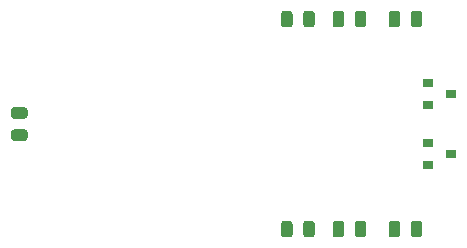
<source format=gbr>
%TF.GenerationSoftware,KiCad,Pcbnew,(5.1.6)-1*%
%TF.CreationDate,2020-09-23T17:10:44+08:00*%
%TF.ProjectId,Power Meter,506f7765-7220-44d6-9574-65722e6b6963,rev?*%
%TF.SameCoordinates,Original*%
%TF.FileFunction,Paste,Top*%
%TF.FilePolarity,Positive*%
%FSLAX46Y46*%
G04 Gerber Fmt 4.6, Leading zero omitted, Abs format (unit mm)*
G04 Created by KiCad (PCBNEW (5.1.6)-1) date 2020-09-23 17:10:44*
%MOMM*%
%LPD*%
G01*
G04 APERTURE LIST*
%ADD10R,0.900000X0.800000*%
G04 APERTURE END LIST*
%TO.C,D1*%
G36*
G01*
X143053750Y-91285000D02*
X143966250Y-91285000D01*
G75*
G02*
X144210000Y-91528750I0J-243750D01*
G01*
X144210000Y-92016250D01*
G75*
G02*
X143966250Y-92260000I-243750J0D01*
G01*
X143053750Y-92260000D01*
G75*
G02*
X142810000Y-92016250I0J243750D01*
G01*
X142810000Y-91528750D01*
G75*
G02*
X143053750Y-91285000I243750J0D01*
G01*
G37*
G36*
G01*
X143053750Y-93160000D02*
X143966250Y-93160000D01*
G75*
G02*
X144210000Y-93403750I0J-243750D01*
G01*
X144210000Y-93891250D01*
G75*
G02*
X143966250Y-94135000I-243750J0D01*
G01*
X143053750Y-94135000D01*
G75*
G02*
X142810000Y-93891250I0J243750D01*
G01*
X142810000Y-93403750D01*
G75*
G02*
X143053750Y-93160000I243750J0D01*
G01*
G37*
%TD*%
D10*
%TO.C,Q1*%
X178070000Y-94300000D03*
X178070000Y-96200000D03*
X180070000Y-95250000D03*
%TD*%
%TO.C,Q2*%
X180070000Y-90170000D03*
X178070000Y-91120000D03*
X178070000Y-89220000D03*
%TD*%
%TO.C,R1*%
G36*
G01*
X165660000Y-84276250D02*
X165660000Y-83363750D01*
G75*
G02*
X165903750Y-83120000I243750J0D01*
G01*
X166391250Y-83120000D01*
G75*
G02*
X166635000Y-83363750I0J-243750D01*
G01*
X166635000Y-84276250D01*
G75*
G02*
X166391250Y-84520000I-243750J0D01*
G01*
X165903750Y-84520000D01*
G75*
G02*
X165660000Y-84276250I0J243750D01*
G01*
G37*
G36*
G01*
X167535000Y-84276250D02*
X167535000Y-83363750D01*
G75*
G02*
X167778750Y-83120000I243750J0D01*
G01*
X168266250Y-83120000D01*
G75*
G02*
X168510000Y-83363750I0J-243750D01*
G01*
X168510000Y-84276250D01*
G75*
G02*
X168266250Y-84520000I-243750J0D01*
G01*
X167778750Y-84520000D01*
G75*
G02*
X167535000Y-84276250I0J243750D01*
G01*
G37*
%TD*%
%TO.C,R2*%
G36*
G01*
X171900000Y-84276250D02*
X171900000Y-83363750D01*
G75*
G02*
X172143750Y-83120000I243750J0D01*
G01*
X172631250Y-83120000D01*
G75*
G02*
X172875000Y-83363750I0J-243750D01*
G01*
X172875000Y-84276250D01*
G75*
G02*
X172631250Y-84520000I-243750J0D01*
G01*
X172143750Y-84520000D01*
G75*
G02*
X171900000Y-84276250I0J243750D01*
G01*
G37*
G36*
G01*
X170025000Y-84276250D02*
X170025000Y-83363750D01*
G75*
G02*
X170268750Y-83120000I243750J0D01*
G01*
X170756250Y-83120000D01*
G75*
G02*
X171000000Y-83363750I0J-243750D01*
G01*
X171000000Y-84276250D01*
G75*
G02*
X170756250Y-84520000I-243750J0D01*
G01*
X170268750Y-84520000D01*
G75*
G02*
X170025000Y-84276250I0J243750D01*
G01*
G37*
%TD*%
%TO.C,R3*%
G36*
G01*
X174773000Y-84276250D02*
X174773000Y-83363750D01*
G75*
G02*
X175016750Y-83120000I243750J0D01*
G01*
X175504250Y-83120000D01*
G75*
G02*
X175748000Y-83363750I0J-243750D01*
G01*
X175748000Y-84276250D01*
G75*
G02*
X175504250Y-84520000I-243750J0D01*
G01*
X175016750Y-84520000D01*
G75*
G02*
X174773000Y-84276250I0J243750D01*
G01*
G37*
G36*
G01*
X176648000Y-84276250D02*
X176648000Y-83363750D01*
G75*
G02*
X176891750Y-83120000I243750J0D01*
G01*
X177379250Y-83120000D01*
G75*
G02*
X177623000Y-83363750I0J-243750D01*
G01*
X177623000Y-84276250D01*
G75*
G02*
X177379250Y-84520000I-243750J0D01*
G01*
X176891750Y-84520000D01*
G75*
G02*
X176648000Y-84276250I0J243750D01*
G01*
G37*
%TD*%
%TO.C,R4*%
G36*
G01*
X167535000Y-102056250D02*
X167535000Y-101143750D01*
G75*
G02*
X167778750Y-100900000I243750J0D01*
G01*
X168266250Y-100900000D01*
G75*
G02*
X168510000Y-101143750I0J-243750D01*
G01*
X168510000Y-102056250D01*
G75*
G02*
X168266250Y-102300000I-243750J0D01*
G01*
X167778750Y-102300000D01*
G75*
G02*
X167535000Y-102056250I0J243750D01*
G01*
G37*
G36*
G01*
X165660000Y-102056250D02*
X165660000Y-101143750D01*
G75*
G02*
X165903750Y-100900000I243750J0D01*
G01*
X166391250Y-100900000D01*
G75*
G02*
X166635000Y-101143750I0J-243750D01*
G01*
X166635000Y-102056250D01*
G75*
G02*
X166391250Y-102300000I-243750J0D01*
G01*
X165903750Y-102300000D01*
G75*
G02*
X165660000Y-102056250I0J243750D01*
G01*
G37*
%TD*%
%TO.C,R5*%
G36*
G01*
X171900000Y-102056250D02*
X171900000Y-101143750D01*
G75*
G02*
X172143750Y-100900000I243750J0D01*
G01*
X172631250Y-100900000D01*
G75*
G02*
X172875000Y-101143750I0J-243750D01*
G01*
X172875000Y-102056250D01*
G75*
G02*
X172631250Y-102300000I-243750J0D01*
G01*
X172143750Y-102300000D01*
G75*
G02*
X171900000Y-102056250I0J243750D01*
G01*
G37*
G36*
G01*
X170025000Y-102056250D02*
X170025000Y-101143750D01*
G75*
G02*
X170268750Y-100900000I243750J0D01*
G01*
X170756250Y-100900000D01*
G75*
G02*
X171000000Y-101143750I0J-243750D01*
G01*
X171000000Y-102056250D01*
G75*
G02*
X170756250Y-102300000I-243750J0D01*
G01*
X170268750Y-102300000D01*
G75*
G02*
X170025000Y-102056250I0J243750D01*
G01*
G37*
%TD*%
%TO.C,R6*%
G36*
G01*
X174773000Y-102056250D02*
X174773000Y-101143750D01*
G75*
G02*
X175016750Y-100900000I243750J0D01*
G01*
X175504250Y-100900000D01*
G75*
G02*
X175748000Y-101143750I0J-243750D01*
G01*
X175748000Y-102056250D01*
G75*
G02*
X175504250Y-102300000I-243750J0D01*
G01*
X175016750Y-102300000D01*
G75*
G02*
X174773000Y-102056250I0J243750D01*
G01*
G37*
G36*
G01*
X176648000Y-102056250D02*
X176648000Y-101143750D01*
G75*
G02*
X176891750Y-100900000I243750J0D01*
G01*
X177379250Y-100900000D01*
G75*
G02*
X177623000Y-101143750I0J-243750D01*
G01*
X177623000Y-102056250D01*
G75*
G02*
X177379250Y-102300000I-243750J0D01*
G01*
X176891750Y-102300000D01*
G75*
G02*
X176648000Y-102056250I0J243750D01*
G01*
G37*
%TD*%
M02*

</source>
